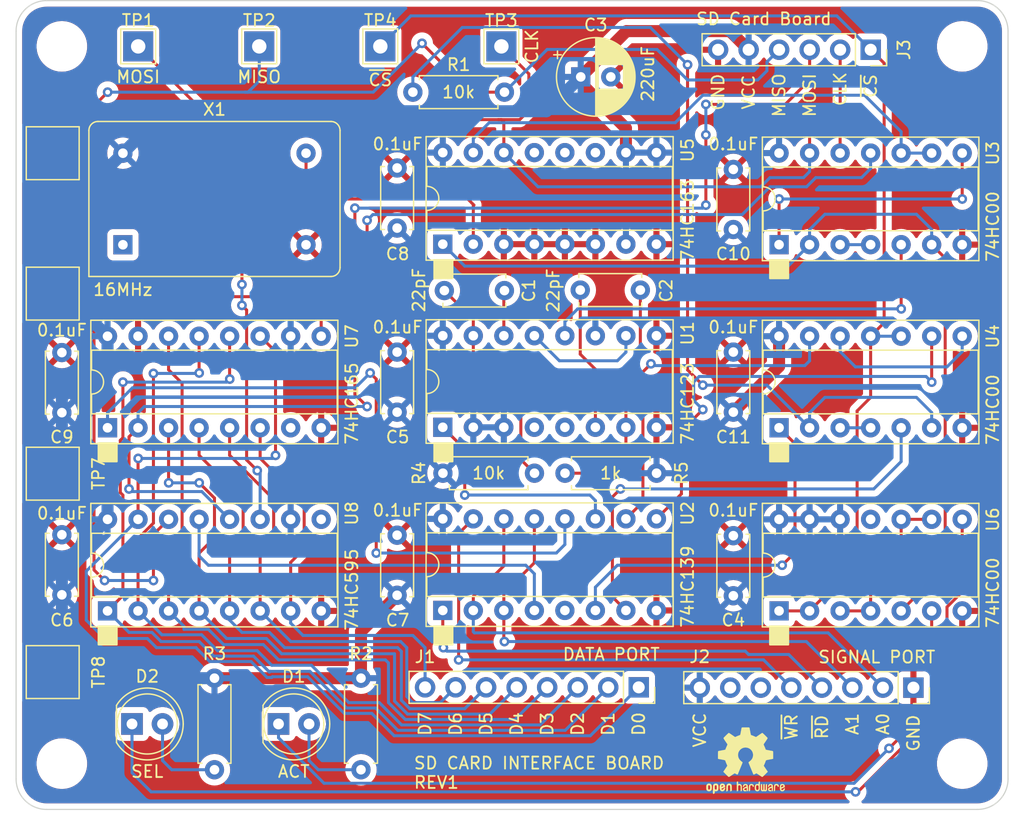
<source format=kicad_pcb>
(kicad_pcb (version 20211014) (generator pcbnew)
  (layers (0 "F.Cu" signal) (31 "B.Cu" signal) (34 "B.Paste" user) (35 "F.Paste" user) (36 "B.SilkS" user "B.Silkscreen") (37 "F.SilkS" user "F.Silkscreen") (38 "B.Mask" user) (39 "F.Mask" user) (44 "Edge.Cuts" user))
  (net 0 "")
  (net 1 "Net-(C1-Pad1)")
  (net 2 "Net-(C1-Pad2)")
  (net 3 "Net-(C2-Pad1)")
  (net 4 "Net-(C2-Pad2)")
  (net 5 "VCC")
  (net 6 "GND")
  (net 7 "Net-(D1-Pad1)")
  (net 8 "Net-(D1-Pad2)")
  (net 9 "Net-(D2-Pad1)")
  (net 10 "Net-(D2-Pad2)")
  (net 11 "D0")
  (net 12 "D1")
  (net 13 "D2")
  (net 14 "D3")
  (net 15 "D4")
  (net 16 "D5")
  (net 17 "D6")
  (net 18 "D7")
  (net 19 "A0")
  (net 20 "A1")
  (net 21 "~{RD}")
  (net 22 "~{WR}")
  (net 25 "~{CS}")
  (net 26 "CLK")
  (net 27 "MOSI")
  (net 28 "MISO")
  (net 29 "Net-(R1-Pad1)")
  (net 30 "~{CLKSTART}")
  (net 33 "Net-(U1-Pad10)")
  (net 34 "~{CLKSTART_DB}")
  (net 35 "~{SER_RD}")
  (net 37 "~{SDOUT_SET}")
  (net 38 "~{SDOUT_RESET}")
  (net 39 "~{SDCS_RESET}")
  (net 40 "~{SDCS_SET}")
  (net 41 "~{SER_WR}")
  (net 42 "~{CLKSTOP}")
  (net 43 "SD_SPI")
  (net 44 "Net-(U3-Pad3)")
  (net 45 "CLKSTOP")
  (net 46 "~{CLK}")
  (net 47 "Net-(U4-Pad3)")
  (net 48 "Net-(U4-Pad12)")
  (net 49 "16MHz")
  (net 53 "Net-(U6-Pad10)")
  (footprint "MountingHole:MountingHole_3.2mm_M3_DIN965" (layer "F.Cu") (at 30.48 38.1)
    (fp_text reference "H1")
    (fp_text value "MountingHole")
  )
  (footprint "Symbol:OSHW-Logo2_7.3x6mm_SilkScreen" (layer "F.Cu") (at 87.376 97.536)
    (fp_text reference "REF**" hide)
    (fp_text value "OSHW-Logo2_7.3x6mm_SilkScreen" hide)
  )
  (footprint "Capacitor_THT:C_Disc_D5.0mm_W2.5mm_P5.00mm" (layer "F.Cu") (at 86.36 83.82 90)
    (fp_text reference "C4")
    (fp_text value "0.1uF")
  )
  (footprint "Capacitor_THT:CP_Radial_D6.3mm_P2.50mm" (layer "F.Cu") (at 73.66 40.64)
    (fp_text reference "C3")
    (fp_text value "220uF")
  )
  (footprint "Package_DIP:DIP-16_W7.62mm_Socket" (layer "F.Cu") (at 62.18 85.04 90)
    (fp_text reference "U2")
    (fp_text value "74HC139")
  )
  (footprint "Package_DIP:DIP-16_W7.62mm_Socket" (layer "F.Cu") (at 34.28 85.08 90)
    (fp_text reference "U8")
    (fp_text value "74HC595")
  )
  (footprint "Resistor_THT:R_Axial_DIN0207_L6.3mm_D2.5mm_P7.62mm_Horizontal" (layer "F.Cu") (at 62.19 73.62)
    (fp_text reference "R4")
    (fp_text value "10k")
  )
  (footprint "MountingHole:MountingHole_3.2mm_M3_DIN965" (layer "F.Cu") (at 105.41 97.79)
    (fp_text reference "H4")
    (fp_text value "MountingHole")
  )
  (footprint "Capacitor_THT:C_Disc_D5.0mm_W2.5mm_P5.00mm" (layer "F.Cu") (at 58.38 53.22 90)
    (fp_text reference "C8")
    (fp_text value "0.1uF")
  )
  (footprint "Package_DIP:DIP-16_W7.62mm_Socket" (layer "F.Cu") (at 62.18 69.8 90)
    (fp_text reference "U1")
    (fp_text value "74HC123")
  )
  (footprint "Package_DIP:DIP-14_W7.62mm_Socket" (layer "F.Cu") (at 90.165 54.6 90)
    (fp_text reference "U3")
    (fp_text value "74HC00")
  )
  (footprint "LED_THT:LED_D5.0mm" (layer "F.Cu") (at 36.317 94.488)
    (fp_text reference "D2")
    (fp_text value "SEL")
  )
  (footprint "Package_DIP:DIP-16_W7.62mm_Socket" (layer "F.Cu") (at 34.28 69.84 90)
    (fp_text reference "U7")
    (fp_text value "74HC165")
  )
  (footprint "Resistor_THT:R_Axial_DIN0207_L6.3mm_D2.5mm_P7.62mm_Horizontal" (layer "F.Cu") (at 55.372 98.298 90)
    (fp_text reference "R2")
    (fp_text value "R")
  )
  (footprint "TestPoint:TestPoint_THTPad_2.5x2.5mm_Drill1.2mm" (layer "F.Cu") (at 46.905333 38.1)
    (fp_text reference "TP2")
    (fp_text value "MISO")
  )
  (footprint "Connector_PinSocket_2.54mm:PinSocket_1x06_P2.54mm_Vertical" (layer "F.Cu") (at 97.79 38.379 -90)
    (fp_text reference "J3")
    (fp_text value "SD Card Board")
  )
  (footprint "TestPoint:TestPoint_Pad_4.0x4.0mm" (layer "F.Cu") (at 29.718 46.99)
    (fp_text reference "TP5")
    (fp_text value "GND")
  )
  (footprint "Capacitor_THT:C_Disc_D5.0mm_W2.5mm_P5.00mm" (layer "F.Cu") (at 86.36 53.34 90)
    (fp_text reference "C10")
    (fp_text value "0.1uF")
  )
  (footprint "Capacitor_THT:C_Disc_D5.0mm_W2.5mm_P5.00mm" (layer "F.Cu") (at 58.38 83.78 90)
    (fp_text reference "C7")
    (fp_text value "0.1uF")
  )
  (footprint "Oscillator:Oscillator_DIP-14" (layer "F.Cu") (at 35.56 54.61)
    (fp_text reference "X1")
    (fp_text value "16MHz")
  )
  (footprint "TestPoint:TestPoint_Pad_4.0x4.0mm" (layer "F.Cu") (at 29.718 58.674)
    (fp_text reference "TP6")
    (fp_text value "GND")
  )
  (footprint "Capacitor_THT:C_Disc_D5.0mm_W2.5mm_P5.00mm" (layer "F.Cu") (at 73.62 58.38)
    (fp_text reference "C2")
    (fp_text value "22pF")
  )
  (footprint "Connector_PinSocket_2.54mm:PinSocket_1x08_P2.54mm_Vertical" (layer "F.Cu") (at 101.346 91.465 -90)
    (fp_text reference "J2")
    (fp_text value "SIGNAL PORT")
  )
  (footprint "MountingHole:MountingHole_3.2mm_M3_DIN965" (layer "F.Cu") (at 30.48 97.79)
    (fp_text reference "H3")
    (fp_text value "MountingHole")
  )
  (footprint "MountingHole:MountingHole_3.2mm_M3_DIN965" (layer "F.Cu") (at 105.41 38.1)
    (fp_text reference "H2")
    (fp_text value "MountingHole")
  )
  (footprint "Capacitor_THT:C_Disc_D5.0mm_W2.5mm_P5.00mm" (layer "F.Cu") (at 67.31 58.42 180)
    (fp_text reference "C1")
    (fp_text value "22pF")
  )
  (footprint "Package_DIP:DIP-14_W7.62mm_Socket" (layer "F.Cu") (at 90.165 69.84 90)
    (fp_text reference "U4")
    (fp_text value "74HC00")
  )
  (footprint "Capacitor_THT:C_Disc_D5.0mm_W2.5mm_P5.00mm" (layer "F.Cu") (at 30.48 83.74 90)
    (fp_text reference "C6")
    (fp_text value "0.1uF")
  )
  (footprint "Connector_PinSocket_2.54mm:PinSocket_1x08_P2.54mm_Vertical" (layer "F.Cu") (at 78.486 91.44 -90)
    (fp_text reference "J1")
    (fp_text value "DATA PORT")
  )
  (footprint "TestPoint:TestPoint_Pad_4.0x4.0mm" (layer "F.Cu") (at 29.718 73.66)
    (fp_text reference "TP7")
    (fp_text value "GND")
  )
  (footprint "LED_THT:LED_D5.0mm" (layer "F.Cu") (at 48.509 94.488)
    (fp_text reference "D1")
    (fp_text value "ACT")
  )
  (footprint "Capacitor_THT:C_Disc_D5.0mm_W2.5mm_P5.00mm" (layer "F.Cu") (at 86.36 68.54 90)
    (fp_text reference "C11")
    (fp_text value "0.1uF")
  )
  (footprint "TestPoint:TestPoint_THTPad_2.5x2.5mm_Drill1.2mm" (layer "F.Cu") (at 67.056 38.1)
    (fp_text reference "TP3")
    (fp_text value "CLK")
  )
  (footprint "Capacitor_THT:C_Disc_D5.0mm_W2.5mm_P5.00mm" (layer "F.Cu") (at 58.38 68.54 90)
    (fp_text reference "C5")
    (fp_text value "0.1uF")
  )
  (footprint "TestPoint:TestPoint_Pad_4.0x4.0mm" (layer "F.Cu") (at 29.718 90.17)
    (fp_text reference "TP8")
    (fp_text value "GND")
  )
  (footprint "TestPoint:TestPoint_THTPad_2.5x2.5mm_Drill1.2mm" (layer "F.Cu") (at 36.83 38.1)
    (fp_text reference "TP1")
    (fp_text value "MOSI")
  )
  (footprint "TestPoint:TestPoint_THTPad_2.5x2.5mm_Drill1.2mm" (layer "F.Cu") (at 56.980666 38.1)
    (fp_text reference "TP4")
    (fp_text value "~{CS}")
  )
  (footprint "Package_DIP:DIP-16_W7.62mm_Socket" (layer "F.Cu") (at 62.18 54.56 90)
    (fp_text reference "U5")
    (fp_text value "74HC163")
  )
  (footprint "Capacitor_THT:C_Disc_D5.0mm_W2.5mm_P5.00mm" (layer "F.Cu") (at 30.48 68.58 90)
    (fp_text reference "C9")
    (fp_text value "0.1uF")
  )
  (footprint "Resistor_THT:R_Axial_DIN0207_L6.3mm_D2.5mm_P7.62mm_Horizontal" (layer "F.Cu") (at 59.69 41.91)
    (fp_text reference "R1")
    (fp_text value "10k")
  )
  (footprint "Package_DIP:DIP-14_W7.62mm_Socket" (layer "F.Cu") (at 90.165 85.08 90)
    (fp_text reference "U6")
    (fp_text value "74HC00")
  )
  (footprint "Resistor_THT:R_Axial_DIN0207_L6.3mm_D2.5mm_P7.62mm_Horizontal" (layer "F.Cu") (at 43.18 98.298 90)
    (fp_text reference "R3")
    (fp_text value "R")
  )
  (footprint "Resistor_THT:R_Axial_DIN0207_L6.3mm_D2.5mm_P7.62mm_Horizontal" (layer "F.Cu") (at 72.35 73.62)
    (fp_text reference "R5")
    (fp_text value "1k")
  )
  (gr_rect (start 61.468 86.36) (end 62.992 87.884) (layer "F.SilkS") (width 0.15) (fill solid))
  (gr_rect (start 33.528 86.36) (end 35.052 87.884) (layer "F.SilkS") (width 0.15) (fill solid))
  (gr_rect (start 61.468 71.12) (end 62.992 72.644) (layer "F.SilkS") (width 0.15) (fill solid))
  (gr_rect (start 33.528 71.12) (end 35.052 72.644) (layer "F.SilkS") (width 0.15) (fill solid))
  (gr_rect (start 89.408 55.88) (end 90.932 57.404) (layer "F.SilkS") (width 0.15) (fill solid))
  (gr_rect (start 61.468 55.88) (end 62.992 57.404) (layer "F.SilkS") (width 0.15) (fill solid))
  (gr_rect (start 89.408 86.36) (end 90.932 87.884) (layer "F.SilkS") (width 0.15) (fill solid))
  (gr_rect (start 89.408 71.12) (end 90.932 72.644) (layer "F.SilkS") (width 0.15) (fill solid))
  (gr_line (start 26.67 36.83) (end 26.67 99.06) (layer "Edge.Cuts") (width 0.1))
  (gr_arc (start 26.67 36.83) (mid 27.413949 35.033949) (end 29.21 34.29) (layer "Edge.Cuts") (width 0.1))
  (gr_arc (start 106.68 34.29) (mid 108.476051 35.033949) (end 109.22 36.83) (layer "Edge.Cuts") (width 0.1))
  (gr_line (start 29.21 101.6) (end 106.68 101.6) (layer "Edge.Cuts") (width 0.1))
  (gr_line (start 106.68 34.29) (end 29.21 34.29) (layer "Edge.Cuts") (width 0.1))
  (gr_arc (start 29.21 101.6) (mid 27.413949 100.856051) (end 26.67 99.06) (layer "Edge.Cuts") (width 0.1))
  (gr_arc (start 109.22 99.06) (mid 108.476051 100.856051) (end 106.68 101.6) (layer "Edge.Cuts") (width 0.1))
  (gr_line (start 109.22 36.83) (end 109.22 99.06) (layer "Edge.Cuts") (width 0.1))
  (gr_text "A1" (at 96.266 94.488 90) (layer "F.SilkS") (effects (font (size 1 1))))
  (gr_text "D0" (at 78.486 94.488 90) (layer "F.SilkS") (effects (font (size 1 1))))
  (gr_text "D7" (at 60.706 94.488 90) (layer "F.SilkS") (effects (font (size 1 1))))
  (gr_text "D5" (at 65.786 94.488 90) (layer "F.SilkS") (effects (font (size 1 1))))
  (gr_text "D1" (at 75.946 94.488 90) (layer "F.SilkS") (effects (font (size 1 1))))
  (gr_text "~{CS}" (at 97.79 41.402 90) (layer "F.SilkS") (effects (font (size 1 1))))
  (gr_text "D2" (at 73.406 94.488 90) (layer "F.SilkS") (effects (font (size 1 1))))
  (gr_text "SD CARD INTERFACE BOARD\nREV1" (at 59.69 98.552) (layer "F.SilkS") (effects (font (size 1 1)) (justify left)))
  (gr_text "D3" (at 70.866 94.488 90) (layer "F.SilkS") (effects (font (size 1 1))))
  (gr_text "A0" (at 98.806 94.488 90) (layer "F.SilkS") (effects (font (size 1 1))))
  (gr_text "~{WR}" (at 91.186 94.742 90) (layer "F.SilkS") (effects (font (size 1 1))))
  (gr_text "D4" (at 68.326 94.488 90) (layer "F.SilkS") (effects (font (size 1 1))))
  (gr_text "~{RD}" (at 93.726 94.742 90) (layer "F.SilkS") (effects (font (size 1 1))))
  (gr_text "MOSI" (at 92.71 42.164 90) (layer "F.SilkS") (effects (font (size 1 1))))
  (gr_text "D6" (at 63.246 94.488 90) (layer "F.SilkS") (effects (font (size 1 1))))
  (gr_text "CLK" (at 95.25 41.656 90) (layer "F.SilkS") (effects (font (size 1 1))))
  (gr_text "MISO" (at 90.17 42.164 90) (layer "F.SilkS") (effects (font (size 1 1))))
  (gr_text "GND" (at 85.09 41.91 90) (layer "F.SilkS") (effects (font (size 1 1))))
  (gr_text "VCC" (at 87.63 41.91 90) (layer "F.SilkS") (effects (font (size 1 1))))
  (gr_text "VCC" (at 83.566 94.996 90) (layer "F.SilkS") (effects (font (size 1 1))))
  (gr_text "GND" (at 101.346 95.25 90) (layer "F.SilkS") (effects (font (size 1 1))))
  (segment (start 67.26 58.47) (end 67.31 58.42) (width 0.25) (layer "F.Cu") (net 1))
  (segment (start 67.26 62.18) (end 67.26 58.47) (width 0.25) (layer "F.Cu") (net 1))
  (segment (start 64.72 62.18) (end 64.72 60.83) (width 0.25) (layer "F.Cu") (net 2))
  (segment (start 64.72 64.466) (end 64.72 62.18) (width 0.25) (layer "F.Cu") (net 2))
  (segment (start 64.72 60.83) (end 62.31 58.42) (width 0.25) (layer "F.Cu") (net 2))
  (segment (start 68.675 72.485) (end 68.675 68.421) (width 0.25) (layer "F.Cu") (net 2))
  (segment (start 69.81 73.62) (end 68.675 72.485) (width 0.25) (layer "F.Cu") (net 2))
  (segment (start 68.675 68.421) (end 64.72 64.466) (width 0.25) (layer "F.Cu") (net 2))
  (segment (start 74.88 64.974) (end 73.62 63.714) (width 0.25) (layer "F.Cu") (net 3))
  (segment (start 74.88 69.8) (end 74.88 64.974) (width 0.25) (layer "F.Cu") (net 3))
  (segment (start 73.62 63.714) (end 73.62 58.38) (width 0.25) (layer "F.Cu") (net 3))
  (segment (start 77.42 72.44) (end 77.42 69.8) (width 0.25) (layer "F.Cu") (net 4))
  (segment (start 77.42 64.82) (end 78.62 63.62) (width 0.25) (layer "F.Cu") (net 4))
  (segment (start 77.42 69.8) (end 77.42 64.82) (width 0.25) (layer "F.Cu") (net 4))
  (segment (start 76.24 73.62) (end 77.42 72.44) (width 0.25) (layer "F.Cu") (net 4))
  (segment (start 78.62 63.62) (end 78.62 58.38) (width 0.25) (layer "F.Cu") (net 4))
  (segment (start 72.35 73.62) (end 76.24 73.62) (width 0.25) (layer "F.Cu") (net 4))
  (segment (start 86.08 36.829) (end 77.471 36.829) (width 1) (layer "F.Cu") (net 5))
  (segment (start 87.63 38.379) (end 86.08 36.829) (width 1) (layer "F.Cu") (net 5))
  (segment (start 43.18 90.678) (end 55.372 90.678) (width 1) (layer "F.Cu") (net 5))
  (segment (start 86.36 68.54) (end 90.165 64.735) (width 1) (layer "F.Cu") (net 5))
  (segment (start 77.42 44.908) (end 77.42 46.94) (width 1) (layer "F.Cu") (net 5))
  (segment (start 73.66 41.148) (end 77.42 44.908) (width 1) (layer "F.Cu") (net 5))
  (segment (start 77.471 36.829) (end 73.66 40.64) (width 1) (layer "F.Cu") (net 5))
  (segment (start 55.372 90.678) (end 55.372 86.788) (width 1) (layer "F.Cu") (net 5))
  (segment (start 55.372 86.788) (end 58.38 83.78) (width 1) (layer "F.Cu") (net 5))
  (segment (start 73.66 40.64) (end 73.66 41.148) (width 1) (layer "F.Cu") (net 5))
  (segment (start 90.165 64.735) (end 90.165 62.22) (width 1) (layer "F.Cu") (net 5))
  (segment (start 34.28 62.22) (end 32.766 60.706) (width 1) (layer "B.Cu") (net 5))
  (segment (start 32.766 49.784) (end 35.56 46.99) (width 1) (layer "B.Cu") (net 5))
  (segment (start 34.28 77.46) (end 34.28 75.428) (width 1) (layer "B.Cu") (net 5))
  (segment (start 34.28 77.46) (end 30.48 81.26) (width 1) (layer "B.Cu") (net 5))
  (segment (start 30.48 71.628) (end 30.48 68.58) (width 1) (layer "B.Cu") (net 5))
  (segment (start 32.766 60.706) (end 32.766 49.784) (width 1) (layer "B.Cu") (net 5))
  (segment (start 30.48 81.26) (end 30.48 83.74) (width 1) (layer "B.Cu") (net 5))
  (segment (start 39.053 43.497) (end 70.803 43.497) (width 1) (layer "B.Cu") (net 5))
  (segment (start 30.48 83.74) (end 30.48 85.852) (width 1) (layer "B.Cu") (net 5))
  (segment (start 30.48 85.852) (end 35.306 90.678) (width 1) (layer "B.Cu") (net 5))
  (segment (start 35.306 90.678) (end 43.18 90.678) (width 1) (layer "B.Cu") (net 5))
  (segment (start 30.48 68.58) (end 30.48 67.31) (width 1) (layer "B.Cu") (net 5))
  (segment (start 34.28 63.51) (end 34.28 62.22) (width 1) (layer "B.Cu") (net 5))
  (segment (start 34.28 75.428) (end 30.48 71.628) (width 1) (layer "B.Cu") (net 5))
  (segment (start 30.48 67.31) (end 34.28 63.51) (width 1) (layer "B.Cu") (net 5))
  (segment (start 35.56 46.99) (end 39.053 43.497) (width 1) (layer "B.Cu") (net 5))
  (segment (start 70.803 43.497) (end 73.66 40.64) (width 1) (layer "B.Cu") (net 5))
  (segment (start 102.865 92.969) (end 99.314 96.52) (width 0.25) (layer "F.Cu") (net 7))
  (segment (start 102.865 85.08) (end 102.865 92.969) (width 0.25) (layer "F.Cu") (net 7))
  (via (at 99.314 96.52) (size 0.8) (drill 0.4) (layers "F.Cu" "B.Cu") (net 7))
  (segment (start 52.294 99.423) (end 48.509 95.638) (width 0.25) (layer "B.Cu") (net 7))
  (segment (start 99.314 96.52) (end 96.411 99.423) (width 0.25) (layer "B.Cu") (net 7))
  (segment (start 48.509 95.638) (end 48.509 94.488) (width 0.25) (layer "B.Cu") (net 7))
  (segment (start 96.411 99.423) (end 52.294 99.423) (width 0.25) (layer "B.Cu") (net 7))
  (segment (start 55.372 98.298) (end 51.816 98.298) (width 0.25) (layer "B.Cu") (net 8))
  (segment (start 51.816 98.298) (end 51.049 97.531) (width 0.25) (layer "B.Cu") (net 8))
  (segment (start 51.049 97.531) (end 51.049 94.488) (width 0.25) (layer "B.Cu") (net 8))
  (segment (start 104.14 84.754009) (end 104.14 92.719305) (width 0.25) (layer "F.Cu") (net 9))
  (segment (start 105.405 83.489009) (end 104.14 84.754009) (width 0.25) (layer "F.Cu") (net 9))
  (segment (start 104.14 92.719305) (end 96.721691 100.137614) (width 0.25) (layer "F.Cu") (net 9))
  (segment (start 105.405 77.46) (end 105.405 83.489009) (width 0.25) (layer "F.Cu") (net 9))
  (segment (start 96.721691 100.137614) (end 96.530285 100.137614) (width 0.25) (layer "F.Cu") (net 9))
  (via (at 96.530285 100.137614) (size 0.8) (drill 0.4) (layers "F.Cu" "B.Cu") (net 9))
  (segment (start 96.530285 100.137614) (end 37.907614 100.137614) (width 0.25) (layer "B.Cu") (net 9))
  (segment (start 36.317 98.547) (end 36.317 94.488) (width 0.25) (layer "B.Cu") (net 9))
  (segment (start 37.907614 100.137614) (end 36.317 98.547) (width 0.25) (layer "B.Cu") (net 9))
  (segment (start 43.18 98.298) (end 39.624 98.298) (width 0.25) (layer "B.Cu") (net 10))
  (segment (start 39.624 98.298) (end 38.857 97.531) (width 0.25) (layer "B.Cu") (net 10))
  (segment (start 38.857 97.531) (end 38.857 94.488) (width 0.25) (layer "B.Cu") (net 10))
  (segment (start 48.26 72.136) (end 48.26 63.5) (width 0.25) (layer "F.Cu") (net 11))
  (segment (start 36.82 72.4) (end 36.83 72.39) (width 0.25) (layer "F.Cu") (net 11))
  (segment (start 48.26 63.5) (end 46.98 62.22) (width 0.25) (layer "F.Cu") (net 11))
  (segment (start 36.82 77.46) (end 36.82 72.4) (width 0.25) (layer "F.Cu") (net 11))
  (via (at 48.26 72.136) (size 0.8) (drill 0.4) (layers "F.Cu" "B.Cu") (net 11))
  (via (at 36.83 72.39) (size 0.8) (drill 0.4) (layers "F.Cu" "B.Cu") (net 11))
  (segment (start 34.036 87.376) (end 32.512 85.852) (width 0.25) (layer "B.Cu") (net 11))
  (segment (start 74.458 95.468) (end 58.13 95.468) (width 0.25) (layer "B.Cu") (net 11))
  (segment (start 56.272 93.61) (end 53.983208 93.61) (width 0.25) (layer "B.Cu") (net 11))
  (segment (start 38.354 88.138) (end 37.592 87.376) (width 0.25) (layer "B.Cu") (net 11))
  (segment (start 47.556 90.62) (end 46.228 89.292) (width 0.25) (layer "B.Cu") (net 11))
  (segment (start 32.512 81.768) (end 36.82 77.46) (width 0.25) (layer "B.Cu") (net 11))
  (segment (start 47.943198 90.62) (end 47.556 90.62) (width 0.25) (layer "B.Cu") (net 11))
  (segment (start 42.788 89.292) (end 41.656 88.16) (width 0.25) (layer "B.Cu") (net 11))
  (segment (start 48.006 72.39) (end 48.26 72.136) (width 0.25) (layer "B.Cu") (net 11))
  (segment (start 41.656 88.16) (end 41.656 88.138) (width 0.25) (layer "B.Cu") (net 11))
  (segment (start 53.983208 93.61) (end 50.930406 90.557198) (width 0.25) (layer "B.Cu") (net 11))
  (segment (start 48.006 90.557198) (end 47.943198 90.62) (width 0.25) (layer "B.Cu") (net 11))
  (segment (start 50.930406 90.557198) (end 48.006 90.557198) (width 0.25) (layer "B.Cu") (net 11))
  (segment (start 37.592 87.376) (end 34.036 87.376) (width 0.25) (layer "B.Cu") (net 11))
  (segment (start 78.486 91.44) (end 74.458 95.468) (width 0.25) (layer "B.Cu") (net 11))
  (segment (start 41.656 88.138) (end 38.354 88.138) (width 0.25) (layer "B.Cu") (net 11))
  (segment (start 32.512 85.852) (end 32.512 81.768) (width 0.25) (layer "B.Cu") (net 11))
  (segment (start 36.83 72.39) (end 48.006 72.39) (width 0.25) (layer "B.Cu") (net 11))
  (segment (start 46.228 89.292) (end 42.788 89.292) (width 0.25) (layer "B.Cu") (net 11))
  (segment (start 58.13 95.468) (end 56.272 93.61) (width 0.25) (layer "B.Cu") (net 11))
  (segment (start 35.56 83.8) (end 34.28 85.08) (width 0.25) (layer "F.Cu") (net 12))
  (segment (start 35.343 70.887) (end 35.343 75.230305) (width 0.25) (layer "F.Cu") (net 12))
  (segment (start 35.56 75.447305) (end 35.56 83.8) (width 0.25) (layer "F.Cu") (net 12))
  (segment (start 44.44 65.776) (end 44.44 62.22) (width 0.25) (layer "F.Cu") (net 12))
  (segment (start 44.45 65.786) (end 44.44 65.776) (width 0.25) (layer "F.Cu") (net 12))
  (segment (start 35.56 70.67) (end 35.343 70.887) (width 0.25) (layer "F.Cu") (net 12))
  (segment (start 35.343 75.230305) (end 35.56 75.447305) (width 0.25) (layer "F.Cu") (net 12))
  (segment (start 35.56 66.04) (end 35.56 70.67) (width 0.25) (layer "F.Cu") (net 12))
  (via (at 44.45 65.786) (size 0.8) (drill 0.4) (layers "F.Cu" "B.Cu") (net 12))
  (via (at 35.56 66.04) (size 0.8) (drill 0.4) (layers "F.Cu" "B.Cu") (net 12))
  (segment (start 43.122 88.842) (end 41.91 87.63) (width 0.25) (layer "B.Cu") (net 12))
  (segment (start 54.169604 93.16) (end 51.116802 90.107198) (width 0.25) (layer "B.Cu") (net 12))
  (segment (start 75.946 91.44) (end 72.368 95.018) (width 0.25) (layer "B.Cu") (net 12))
  (segment (start 37.971604 86.868) (end 36.068 86.868) (width 0.25) (layer "B.Cu") (net 12))
  (segment (start 35.56 66.04) (end 44.196 66.04) (width 0.25) (layer "B.Cu") (net 12))
  (segment (start 46.424 88.842) (end 43.122 88.842) (width 0.25) (layer "B.Cu") (net 12))
  (segment (start 47.752 90.17) (end 46.424 88.842) (width 0.25) (layer "B.Cu") (net 12))
  (segment (start 41.91 87.63) (end 38.733604 87.63) (width 0.25) (layer "B.Cu") (net 12))
  (segment (start 38.733604 87.63) (end 37.971604 86.868) (width 0.25) (layer "B.Cu") (net 12))
  (segment (start 44.196 66.04) (end 44.45 65.786) (width 0.25) (layer "B.Cu") (net 12))
  (segment (start 56.584 93.16) (end 54.169604 93.16) (width 0.25) (layer "B.Cu") (net 12))
  (segment (start 51.116802 90.107198) (end 47.814802 90.107198) (width 0.25) (layer "B.Cu") (net 12))
  (segment (start 58.442 95.018) (end 56.584 93.16) (width 0.25) (layer "B.Cu") (net 12))
  (segment (start 72.368 95.018) (end 58.442 95.018) (width 0.25) (layer "B.Cu") (net 12))
  (segment (start 36.068 86.868) (end 34.28 85.08) (width 0.25) (layer "B.Cu") (net 12))
  (segment (start 47.814802 90.107198) (end 47.752 90.17) (width 0.25) (layer "B.Cu") (net 12))
  (segment (start 41.9 65.268) (end 41.9 62.22) (width 0.25) (layer "F.Cu") (net 13))
  (segment (start 36.82 85.08) (end 36.82 79.050991) (width 0.25) (layer "F.Cu") (net 13))
  (segment (start 36.82 79.050991) (end 37.945 77.925991) (width 0.25) (layer "F.Cu") (net 13))
  (segment (start 38.1 77.770991) (end 38.1 65.3155) (width 0.25) (layer "F.Cu") (net 13))
  (segment (start 41.91 65.278) (end 41.9 65.268) (width 0.25) (layer "F.Cu") (net 13))
  (segment (start 37.945 77.925991) (end 38.1 77.770991) (width 0.25) (layer "F.Cu") (net 13))
  (via (at 41.91 65.278) (size 0.8) (drill 0.4) (layers "F.Cu" "B.Cu") (net 13))
  (via (at 38.1 65.3155) (size 0.8) (drill 0.4) (layers "F.Cu" "B.Cu") (net 13))
  (segment (start 51.25 89.604) (end 47.948 89.604) (width 0.25) (layer "B.Cu") (net 13))
  (segment (start 46.736 88.392) (end 43.434 88.392) (width 0.25) (layer "B.Cu") (net 13))
  (segment (start 43.434 88.392) (end 42.106 87.064) (width 0.25) (layer "B.Cu") (net 13))
  (segment (start 38.1 65.3155) (end 41.8725 65.3155) (width 0.25) (layer "B.Cu") (net 13))
  (segment (start 41.8725 65.3155) (end 41.91 65.278) (width 0.25) (layer "B.Cu") (net 13))
  (segment (start 54.356 92.71) (end 51.25 89.604) (width 0.25) (layer "B.Cu") (net 13))
  (segment (start 38.804 87.064) (end 36.82 85.08) (width 0.25) (layer "B.Cu") (net 13))
  (segment (start 42.106 87.064) (end 38.804 87.064) (width 0.25) (layer "B.Cu") (net 13))
  (segment (start 70.278 94.568) (end 58.754 94.568) (width 0.25) (layer "B.Cu") (net 13))
  (segment (start 73.406 91.44) (end 70.278 94.568) (width 0.25) (layer "B.Cu") (net 13))
  (segment (start 47.948 89.604) (end 46.736 88.392) (width 0.25) (layer "B.Cu") (net 13))
  (segment (start 58.754 94.568) (end 56.896 92.71) (width 0.25) (layer "B.Cu") (net 13))
  (segment (start 56.896 92.71) (end 54.356 92.71) (width 0.25) (layer "B.Cu") (net 13))
  (segment (start 39.36 65.014) (end 39.36 62.22) (width 0.25) (layer "F.Cu") (net 14))
  (segment (start 39.36 85.08) (end 39.36 81.036) (width 0.25) (layer "F.Cu") (net 14))
  (segment (start 39.36 81.036) (end 40.485 79.911) (width 0.25) (layer "F.Cu") (net 14))
  (segment (start 40.485 79.911) (end 40.485 66.139) (width 0.25) (layer "F.Cu") (net 14))
  (segment (start 40.485 66.139) (end 39.36 65.014) (width 0.25) (layer "F.Cu") (net 14))
  (segment (start 59.063208 94.118) (end 57.658 92.712792) (width 0.25) (layer "B.Cu") (net 14))
  (segment (start 40.64 86.614) (end 40.64 86.36) (width 0.25) (layer "B.Cu") (net 14))
  (segment (start 57.658 92.712792) (end 57.658 89.408) (width 0.25) (layer "B.Cu") (net 14))
  (segment (start 70.866 91.44) (end 68.188 94.118) (width 0.25) (layer "B.Cu") (net 14))
  (segment (start 47.244 87.884) (end 43.942 87.884) (width 0.25) (layer "B.Cu") (net 14))
  (segment (start 57.658 89.408) (end 57.404 89.154) (width 0.25) (layer "B.Cu") (net 14))
  (segment (start 57.404 89.154) (end 48.514 89.154) (width 0.25) (layer "B.Cu") (net 14))
  (segment (start 40.64 86.36) (end 39.36 85.08) (width 0.25) (layer "B.Cu") (net 14))
  (segment (start 42.672 86.614) (end 40.64 86.614) (width 0.25) (layer "B.Cu") (net 14))
  (segment (start 48.514 89.154) (end 47.244 87.884) (width 0.25) (layer "B.Cu") (net 14))
  (segment (start 68.188 94.118) (end 59.063208 94.118) (width 0.25) (layer "B.Cu") (net 14))
  (segment (start 43.942 87.884) (end 42.672 86.614) (width 0.25) (layer "B.Cu") (net 14))
  (segment (start 43.18 75.692) (end 41.91 74.422) (width 0.25) (layer "F.Cu") (net 15))
  (segment (start 39.36 74.412) (end 39.36 69.84) (width 0.25) (layer "F.Cu") (net 15))
  (segment (start 43.18 78.994) (end 43.18 75.692) (width 0.25) (layer "F.Cu") (net 15))
  (segment (start 41.9 80.274) (end 43.18 78.994) (width 0.25) (layer "F.Cu") (net 15))
  (segment (start 41.9 85.08) (end 41.9 80.274) (width 0.25) (layer "F.Cu") (net 15))
  (segment (start 39.37 74.422) (end 39.36 74.412) (width 0.25) (layer "F.Cu") (net 15))
  (via (at 39.37 74.422) (size 0.8) (drill 0.4) (layers "F.Cu" "B.Cu") (net 15))
  (via (at 41.91 74.422) (size 0.8) (drill 0.4) (layers "F.Cu" "B.Cu") (net 15))
  (segment (start 47.498 87.376) (end 44.196 87.376) (width 0.25) (layer "B.Cu") (net 15))
  (segment (start 66.098 93.668) (end 59.249604 93.668) (width 0.25) (layer "B.Cu") (net 15))
  (segment (start 41.91 74.422) (end 39.37 74.422) (width 0.25) (layer "B.Cu") (net 15))
  (segment (start 68.326 91.44) (end 66.098 93.668) (width 0.25) (layer "B.Cu") (net 15))
  (segment (start 58.166 92.584396) (end 58.166 88.646) (width 0.25) (layer "B.Cu") (net 15))
  (segment (start 44.196 87.376) (end 41.9 85.08) (width 0.25) (layer "B.Cu") (net 15))
  (segment (start 58.166 88.646) (end 48.768 88.646) (width 0.25) (layer "B.Cu") (net 15))
  (segment (start 48.768 88.646) (end 47.498 87.376) (width 0.25) (layer "B.Cu") (net 15))
  (segment (start 59.249604 93.668) (end 58.166 92.584396) (width 0.25) (layer "B.Cu") (net 15))
  (segment (start 45.565 78.641) (end 45.565 75.791) (width 0.25) (layer "F.Cu") (net 16))
  (segment (start 45.565 75.791) (end 41.9 72.126) (width 0.25) (layer "F.Cu") (net 16))
  (segment (start 41.9 72.126) (end 41.9 69.84) (width 0.25) (layer "F.Cu") (net 16))
  (segment (start 44.44 85.08) (end 44.44 79.766) (width 0.25) (layer "F.Cu") (net 16))
  (segment (start 44.44 79.766) (end 45.565 78.641) (width 0.25) (layer "F.Cu") (net 16))
  (segment (start 64.008 93.218) (end 59.436 93.218) (width 0.25) (layer "B.Cu") (net 16))
  (segment (start 45.466 86.868) (end 44.44 85.842) (width 0.25) (layer "B.Cu") (net 16))
  (segment (start 44.44 85.842) (end 44.44 85.08) (width 0.25) (layer "B.Cu") (net 16))
  (segment (start 58.42 88.138) (end 49.022 88.138) (width 0.25) (layer "B.Cu") (net 16))
  (segment (start 58.732 92.514) (end 58.732 88.45) (width 0.25) (layer "B.Cu") (net 16))
  (segment (start 59.436 93.218) (end 58.732 92.514) (width 0.25) (layer "B.Cu") (net 16))
  (segment (start 47.752 86.868) (end 45.466 86.868) (width 0.25) (layer "B.Cu") (net 16))
  (segment (start 58.732 88.45) (end 58.42 88.138) (width 0.25) (layer "B.Cu") (net 16))
  (segment (start 49.022 88.138) (end 47.752 86.868) (width 0.25) (layer "B.Cu") (net 16))
  (segment (start 65.786 91.44) (end 64.008 93.218) (width 0.25) (layer "B.Cu") (net 16))
  (segment (start 44.44 72.126) (end 44.44 69.84) (width 0.25) (layer "F.Cu") (net 17))
  (segment (start 48.105 75.791) (end 44.44 72.126) (width 0.25) (layer "F.Cu") (net 17))
  (segment (start 46.98 79.512) (end 48.105 78.387) (width 0.25) (layer "F.Cu") (net 17))
  (segment (start 48.105 78.387) (end 48.105 75.791) (width 0.25) (layer "F.Cu") (net 17))
  (segment (start 46.98 85.08) (end 46.98 79.512) (width 0.25) (layer "F.Cu") (net 17))
  (segment (start 59.182 88.138) (end 58.674 87.63) (width 0.25) (layer "B.Cu") (net 17))
  (segment (start 63.246 91.44) (end 61.976 92.71) (width 0.25) (layer "B.Cu") (net 17))
  (segment (start 58.674 87.63) (end 49.53 87.63) (width 0.25) (layer "B.Cu") (net 17))
  (segment (start 59.182 92.202) (end 59.182 88.138) (width 0.25) (layer "B.Cu") (net 17))
  (segment (start 49.53 87.63) (end 46.98 85.08) (width 0.25) (layer "B.Cu") (net 17))
  (segment (start 59.69 92.71) (end 59.182 92.202) (width 0.25) (layer "B.Cu") (net 17))
  (segment (start 61.976 92.71) (end 59.69 92.71) (width 0.25) (layer "B.Cu") (net 17))
  (segment (start 50.645 76.045) (end 46.98 72.38) (width 0.25) (layer "F.Cu") (net 18))
  (segment (start 49.52 81.036) (end 50.645 79.911) (width 0.25) (layer "F.Cu") (net 18))
  (segment (start 49.52 85.08) (end 49.52 81.036) (width 0.25) (layer "F.Cu") (net 18))
  (segment (start 50.645 79.911) (end 50.645 76.045) (width 0.25) (layer "F.Cu") (net 18))
  (segment (start 46.98 72.38) (end 46.98 69.84) (width 0.25) (layer "F.Cu") (net 18))
  (segment (start 59.69 87.122) (end 50.546 87.122) (width 0.25) (layer "B.Cu") (net 18))
  (segment (start 50.546 87.122) (end 49.52 86.096) (width 0.25) (layer "B.Cu") (net 18))
  (segment (start 60.706 88.138) (end 59.69 87.122) (width 0.25) (layer "B.Cu") (net 18))
  (segment (start 60.706 91.44) (end 60.706 88.138) (width 0.25) (layer "B.Cu") (net 18))
  (segment (start 49.52 86.096) (end 49.52 85.08) (width 0.25) (layer "B.Cu") (net 18))
  (segment (start 64.72 85.04) (end 64.72 83.87) (width 0.25) (layer "F.Cu") (net 19))
  (segment (start 64.72 83.87) (end 67.26 81.33) (width 0.25) (layer "F.Cu") (net 19))
  (segment (start 67.26 81.33) (end 67.26 77.42) (width 0.25) (layer "F.Cu") (net 19))
  (segment (start 98.806 91.465) (end 94.246 86.905) (width 0.25) (layer "B.Cu") (net 19))
  (segment (start 64.72 86.818) (end 64.72 85.04) (width 0.25) (layer "B.Cu") (net 19))
  (segment (start 64.807 86.905) (end 64.72 86.818) (width 0.25) (layer "B.Cu") (net 19))
  (segment (start 94.246 86.905) (end 64.807 86.905) (width 0.25) (layer "B.Cu") (net 19))
  (segment (start 67.31 87.63) (end 67.26 87.58) (width 0.25) (layer "F.Cu") (net 20))
  (segment (start 67.26 83.616) (end 69.8 81.076) (width 0.25) (layer "F.Cu") (net 20))
  (segment (start 67.26 87.58) (end 67.26 85.04) (width 0.25) (layer "F.Cu") (net 20))
  (segment (start 69.8 81.076) (end 69.8 77.42) (width 0.25) (layer "F.Cu") (net 20))
  (segment (start 67.26 85.04) (end 67.26 83.616) (width 0.25) (layer "F.Cu") (net 20))
  (via (at 67.31 87.63) (size 0.8) (drill 0.4) (layers "F.Cu" "B.Cu") (net 20))
  (segment (start 96.266 91.465) (end 92.431 87.63) (width 0.25) (layer "B.Cu") (net 20))
  (segment (start 92.431 87.63) (end 67.31 87.63) (width 0.25) (layer "B.Cu") (net 20))
  (segment (start 62.23 88.138) (end 62.18 88.088) (width 0.25) (layer "F.Cu") (net 21))
  (segment (start 62.18 88.088) (end 62.18 85.04) (width 0.25) (layer "F.Cu") (net 21))
  (via (at 62.23 88.138) (size 0.8) (drill 0.4) (layers "F.Cu" "B.Cu") (net 21))
  (segment (start 90.965 88.704) (end 87.63 88.704) (width 0.25) (layer "B.Cu") (net 21))
  (segment (start 87.355 88.429) (end 62.521 88.429) (width 0.25) (layer "B.Cu") (net 21))
  (segment (start 93.726 91.465) (end 90.965 88.704) (width 0.25) (layer "B.Cu") (net 21))
  (segment (start 87.63 88.704) (end 87.355 88.429) (width 0.25) (layer "B.Cu") (net 21))
  (segment (start 62.521 88.429) (end 62.23 88.138) (width 0.25) (layer "B.Cu") (net 21))
  (segment (start 63.5 78.64) (end 64.72 77.42) (width 0.25) (layer "F.Cu") (net 22))
  (segment (start 63.5 89.154) (end 63.5 78.64) (width 0.25) (layer "F.Cu") (net 22))
  (via (at 63.5 89.154) (size 0.8) (drill 0.4) (layers "F.Cu" "B.Cu") (net 22))
  (segment (start 91.186 91.465) (end 88.875 89.154) (width 0.25) (layer "B.Cu") (net 22))
  (segment (start 88.875 89.154) (end 63.5 89.154) (width 0.25) (layer "B.Cu") (net 22))
  (segment (start 97.785 67.315) (end 96.66 68.44) (width 0.25) (layer "F.Cu") (net 25))
  (segment (start 96.66 68.44) (end 96.66 81.14) (width 0.25) (layer "F.Cu") (net 25))
  (segment (start 97.79 38.379) (end 98.91 39.499) (width 0.25) (layer "F.Cu") (net 25))
  (segment (start 96.645 81.14) (end 92.705 85.08) (width 0.25) (layer "F.Cu") (net 25))
  (segment (start 98.91 39.499) (end 98.91 61.095) (width 0.25) (layer "F.Cu") (net 25))
  (segment (start 92.705 85.08) (end 90.165 85.08) (width 0.25) (layer "F.Cu") (net 25))
  (segment (start 97.785 62.22) (end 97.785 67.315) (width 0.25) (layer "F.Cu") (net 25))
  (segment (start 98.91 61.095) (end 97.785 62.22) (width 0.25) (layer "F.Cu") (net 25))
  (segment (start 96.66 81.14) (end 96.645 81.14) (width 0.25) (layer "F.Cu") (net 25))
  (segment (start 94.971 35.56) (end 97.79 38.379) (width 0.25) (layer "B.Cu") (net 25))
  (segment (start 100.325 62.22) (end 97.785 62.22) (width 0.25) (layer "B.Cu") (net 25))
  (segment (start 94.971 35.56) (end 59.520666 35.56) (width 0.25) (layer "B.Cu") (net 25))
  (segment (start 59.520666 35.56) (end 56.980666 38.1) (width 0.25) (layer "B.Cu") (net 25))
  (segment (start 45.466 48.26) (end 49.53 44.196) (width 0.25) (layer "F.Cu") (net 26))
  (segment (start 49.53 44.196) (end 66.802 44.196) (width 0.25) (layer "F.Cu") (net 26))
  (segment (start 67.26 46.94) (end 67.26 44.4) (width 0.25) (layer "F.Cu") (net 26))
  (segment (start 95.25 43.434) (end 95.245 43.439) (width 0.25) (layer "F.Cu") (net 26))
  (segment (start 68.58 44.196) (end 66.802 44.196) (width 0.25) (layer "F.Cu") (net 26))
  (segment (start 95.245 43.439) (end 95.245 46.98) (width 0.25) (layer "F.Cu") (net 26))
  (segment (start 69.342 40.386) (end 69.342 43.434) (width 0.25) (layer "F.Cu") (net 26))
  (segment (start 95.25 43.434) (end 95.25 38.379) (width 0.25) (layer "F.Cu") (net 26))
  (segment (start 67.26 44.4) (end 67.056 44.196) (width 0.25) (layer "F.Cu") (net 26))
  (segment (start 92.705 45.217) (end 92.705 46.98) (width 0.25) (layer "F.Cu") (net 26))
  (segment (start 45.855 60.0415) (end 45.855 72.516402) (width 0.25) (layer "F.Cu") (net 26))
  (segment (start 93.721 45.217) (end 92.705 45.217) (width 0.25) (layer "F.Cu") (net 26))
  (segment (start 45.855 72.516402) (end 46.740299 73.401701) (width 0.25) (layer "F.Cu") (net 26))
  (segment (start 95.25 43.688) (end 93.721 45.217) (width 0.25) (layer "F.Cu") (net 26))
  (segment (start 69.342 43.434) (end 68.58 44.196) (width 0.25) (layer "F.Cu") (net 26))
  (segment (start 45.466 57.912) (end 45.466 48.26) (width 0.25) (layer "F.Cu") (net 26))
  (segment (start 67.056 44.196) (end 66.802 44.196) (width 0.25) (layer "F.Cu") (net 26))
  (segment (start 67.056 38.1) (end 69.342 40.386) (width 0.25) (layer "F.Cu") (net 26))
  (segment (start 95.25 43.434) (end 95.25 43.688) (width 0.25) (layer "F.Cu") (net 26))
  (segment (start 45.466 59.6525) (end 45.855 60.0415) (width 0.25) (layer "F.Cu") (net 26))
  (via (at 46.740299 73.401701) (size 0.8) (drill 0.4) (layers "F.Cu" "B.Cu") (net 26))
  (via (at 45.466 57.912) (size 0.8) (drill 0.4) (layers "F.Cu" "B.Cu") (net 26))
  (via (at 45.466 59.6525) (size 0.8) (drill 0.4) (layers "F.Cu" "B.Cu") (net 26))
  (segment (start 88.646 49.784) (end 89.408 49.022) (width 0.25) (layer "B.Cu") (net 26))
  (segment (start 46.98 73.641402) (end 46.98 77.46) (width 0.25) (layer "B.Cu") (net 26))
  (segment (start 45.466 57.912) (end 45.466 59.6525) (width 0.25) (layer "B.Cu") (net 26))
  (segment (start 70.104 49.784) (end 88.646 49.784) (width 0.25) (layer "B.Cu") (net 26))
  (segment (start 89.408 49.022) (end 92.202 49.022) (width 0.25) (layer "B.Cu") (net 26))
  (segment (start 92.705 48.519) (end 92.705 46.98) (width 0.25) (layer "B.Cu") (net 26))
  (segment (start 46.740299 73.401701) (end 46.98 73.641402) (width 0.25) (layer "B.Cu") (net 26))
  (segment (start 92.202 49.022) (end 92.705 48.519) (width 0.25) (layer "B.Cu") (net 26))
  (segment (start 67.26 46.94) (end 70.104 49.784) (width 0.25) (layer "B.Cu") (net 26))
  (segment (start 52.06 59.954) (end 54.864 57.15) (width 0.25) (layer "F.Cu") (net 27))
  (segment (start 52.07 59.944) (end 52.06 59.954) (width 0.25) (layer "F.Cu") (net 27))
  (segment (start 84.074 51.308) (end 84.074 45.466) (width 0.25) (layer "F.Cu") (net 27))
  (segment (start 92.71 40.894) (end 92.71 38.379) (width 0.25) (layer "F.Cu") (net 27))
  (segment (start 51.054 58.928) (end 52.07 59.944) (width 0.25) (layer "F.Cu") (net 27))
  (segment (start 52.06 59.954) (end 52.06 62.22) (width 0.25) (layer "F.Cu") (net 27))
  (segment (start 84.074 42.926) (end 90.678 42.926) (width 0.25) (layer "F.Cu") (net 27))
  (segment (start 54.864 57.15) (end 54.864 51.562) (width 0.25) (layer "F.Cu") (net 27))
  (segment (start 43.434 57.912) (end 44.45 58.928) (width 0.25) (layer "F.Cu") (net 27))
  (segment (start 90.678 42.926) (end 92.71 40.894) (width 0.25) (layer "F.Cu") (net 27))
  (segment (start 44.45 58.928) (end 51.054 58.928) (width 0.25) (layer "F.Cu") (net 27))
  (segment (start 43.434 44.704) (end 43.434 57.912) (width 0.25) (layer "F.Cu") (net 27))
  (segment (start 36.83 38.1) (end 43.434 44.704) (width 0.25) (layer "F.Cu") (net 27))
  (via (at 84.074 51.308) (size 0.8) (drill 0.4) (layers "F.Cu" "B.Cu") (net 27))
  (via (at 84.074 45.466) (size 0.8) (drill 0.4) (layers "F.Cu" "B.Cu") (net 27))
  (via (at 54.864 51.562) (size 0.8) (drill 0.4) (layers "F.Cu" "B.Cu") (net 27))
  (via (at 84.074 42.926) (size 0.8) (drill 0.4) (layers "F.Cu" "B.Cu") (net 27))
  (segment (start 83.82 51.562) (end 84.074 51.308) (width 0.25) (layer "B.Cu") (net 27))
  (segment (start 84.074 45.466) (end 84.074 42.926) (width 0.25) (layer "B.Cu") (net 27))
  (segment (start 54.864 51.562) (end 83.82 51.562) (width 0.25) (layer "B.Cu") (net 27))
  (segment (start 64.516 41.91) (end 67.31 41.91) (width 0.25) (layer "F.Cu") (net 28))
  (segment (start 38.1 78.72) (end 38.1 82.55) (width 0.25) (layer "F.Cu") (net 28))
  (segment (start 34.036 82.55) (end 33.155 81.669) (width 0.25) (layer "F.Cu") (net 28))
  (segment (start 39.36 77.46) (end 38.1 78.72) (width 0.25) (layer "F.Cu") (net 28))
  (segment (start 60.452 37.846) (end 64.516 41.91) (width 0.25) (layer "F.Cu") (net 28))
  (segment (start 33.155 43.045) (end 34.29 41.91) (width 0.25) (layer "F.Cu") (net 28))
  (segment (start 33.155 81.669) (end 33.155 43.045) (width 0.25) (layer "F.Cu") (net 28))
  (via (at 38.1 82.55) (size 0.8) (drill 0.4) (layers "F.Cu" "B.Cu") (net 28))
  (via (at 60.452 37.846) (size 0.8) (drill 0.4) (layers "F.Cu" "B.Cu") (net 28))
  (via (at 34.29 41.91) (size 0.8) (drill 0.4) (layers "F.Cu" "B.Cu") (net 28))
  (via (at 34.036 82.55) (size 0.8) (drill 0.4) (layers "F.Cu" "B.Cu") (net 28))
  (segment (start 34.29 41.91) (end 45.72 41.91) (width 0.25) (layer "B.Cu") (net 28))
  (segment (start 70.866 38.354) (end 67.31 41.91) (width 0.25) (layer "B.Cu") (net 28))
  (segment (start 45.974 41.91) (end 46.905333 40.978667) (width 0.25) (layer "B.Cu") (net 28))
  (segment (start 45.72 41.91) (end 56.388 41.91) (width 0.25) (layer "B.Cu") (net 28))
  (segment (start 88.392 40.894) (end 82.55 40.894) (width 0.25) (layer "B.Cu") (net 28))
  (segment (start 45.72 41.91) (end 45.974 41.91) (width 0.25) (layer "B.Cu") (net 28))
  (segment (start 89.154 39.395) (end 89.154 40.132) (width 0.25) (layer "B.Cu") (net 28))
  (segment (start 89.154 40.132) (end 88.392 40.894) (width 0.25) (layer "B.Cu") (net 28))
  (segment (start 38.1 82.55) (end 34.036 82.55) (width 0.25) (layer "B.Cu") (net 28))
  (segment (start 90.17 38.379) (end 89.154 39.395) (width 0.25) (layer "B.Cu") (net 28))
  (segment (start 82.55 40.894) (end 80.01 38.354) (width 0.25) (layer "B.Cu") (net 28))
  (segment (start 56.388 41.91) (end 60.452 37.846) (width 0.25) (layer "B.Cu") (net 28))
  (segment (start 80.01 38.354) (end 70.866 38.354) (width 0.25) (layer "B.Cu") (net 28))
  (segment (start 46.905333 40.978667) (end 46.905333 38.1) (width 0.25) (layer "B.Cu") (net 28))
  (segment (start 82.55 65.024) (end 82.55 39.624) (width 0.25) (layer "F.Cu") (net 29))
  (segment (start 82.55 65.024) (end 83.82 66.294) (width 0.25) (layer "F.Cu") (net 29))
  (via (at 83.82 66.294) (size 0.8) (drill 0.4) (layers "F.Cu" "B.Cu") (net 29))
  (via (at 82.55 39.624) (size 0.8) (drill 0.4) (layers "F.Cu" "B.Cu") (net 29))
  (segment (start 79.451 36.525) (end 63.805 36.525) (width 0.25) (layer "B.Cu") (net 29))
  (segment (start 102.865 68.575) (end 101.6 67.31) (width 0.25) (layer "B.Cu") (net 29))
  (segment (start 82.55 39.624) (end 79.451 36.525) (width 0.25) (layer "B.Cu") (net 29))
  (segment (start 93.98 67.31) (end 92.705 68.585) (width 0.25) (layer "B.Cu") (net 29))
  (segment (start 101.6 67.31) (end 93.98 67.31) (width 0.25) (layer "B.Cu") (net 29))
  (segment (start 63.805 36.525) (end 59.69 40.64) (width 0.25) (layer "B.Cu") (net 29))
  (segment (start 92.705 68.585) (end 92.705 69.84) (width 0.25) (layer "B.Cu") (net 29))
  (segment (start 59.69 40.64) (end 59.69 41.91) (width 0.25) (layer "B.Cu") (net 29))
  (segment (start 102.865 69.84) (end 102.865 68.575) (width 0.25) (layer "B.Cu") (net 29))
  (segment (start 89.159 66.294) (end 92.705 69.84) (width 0.25) (layer "B.Cu") (net 29))
  (segment (start 83.82 66.294) (end 89.159 66.294) (width 0.25) (layer "B.Cu") (net 29))
  (segment (start 64.008 71.628) (end 64.008 75.438) (width 0.25) (layer "F.Cu") (net 30))
  (segment (start 62.18 69.8) (end 64.008 71.628) (width 0.25) (layer "F.Cu") (net 30))
  (via (at 64.008 75.438) (size 0.8) (drill 0.4) (layers "F.Cu" "B.Cu") (net 30))
  (segment (start 64.008 75.438) (end 74.422 75.438) (width 0.25) (layer "B.Cu") (net 30))
  (segment (start 74.88 75.896) (end 74.88 77.42) (width 0.25) (layer "B.Cu") (net 30))
  (segment (start 74.422 75.438) (end 74.88 75.896) (width 0.25) (layer "B.Cu") (net 30))
  (segment (start 71.882 64.262) (end 76.708 64.262) (width 0.25) (layer "B.Cu") (net 33))
  (segment (start 69.8 62.18) (end 71.882 64.262) (width 0.25) (layer "B.Cu") (net 33))
  (segment (start 77.42 63.55) (end 77.42 62.18) (width 0.25) (layer "B.Cu") (net 33))
  (segment (start 76.708 64.262) (end 77.42 63.55) (width 0.25) (layer "B.Cu") (net 33))
  (segment (start 100.33 59.944) (end 100.325 59.939) (width 0.25) (layer "F.Cu") (net 34))
  (segment (start 100.325 59.939) (end 100.325 54.6) (width 0.25) (layer "F.Cu") (net 34))
  (via (at 100.33 59.944) (size 0.8) (drill 0.4) (layers "F.Cu" "B.Cu") (net 34))
  (segment (start 72.34 61.01) (end 72.898 60.452) (width 0.25) (layer "B.Cu") (net 34))
  (segment (start 72.34 62.18) (end 72.34 61.01) (width 0.25) (layer "B.Cu") (net 34))
  (segment (start 72.898 60.452) (end 73.406 59.944) (width 0.25) (layer "B.Cu") (net 34))
  (segment (start 73.406 59.944) (end 100.33 59.944) (width 0.25) (layer "B.Cu") (net 34))
  (segment (start 69.088 81.28) (end 42.672 81.28) (width 0.25) (layer "B.Cu") (net 35))
  (segment (start 69.8 85.04) (end 69.8 81.992) (width 0.25) (layer "B.Cu") (net 35))
  (segment (start 42.672 81.28) (end 41.9 80.508) (width 0.25) (layer "B.Cu") (net 35))
  (segment (start 69.8 81.992) (end 69.088 81.28) (width 0.25) (layer "B.Cu") (net 35))
  (segment (start 41.9 80.508) (end 41.9 77.46) (width 0.25) (layer "B.Cu") (net 35))
  (segment (start 90.165 69.84) (end 91.491991 71.166991) (width 0.25) (layer "F.Cu") (net 37))
  (segment (start 91.491991 71.166991) (end 91.491991 80.212009) (width 0.25) (layer "F.Cu") (net 37))
  (segment (start 91.491991 80.212009) (end 90.424 81.28) (width 0.25) (layer "F.Cu") (net 37))
  (via (at 90.424 81.28) (size 0.8) (drill 0.4) (layers "F.Cu" "B.Cu") (net 37))
  (segment (start 90.424 81.28) (end 76.708 81.28) (width 0.25) (layer "B.Cu") (net 37))
  (segment (start 76.708 81.28) (end 74.88 83.108) (width 0.25) (layer "B.Cu") (net 37))
  (segment (start 74.88 83.108) (end 74.88 85.04) (width 0.25) (layer "B.Cu") (net 37))
  (segment (start 76.295 75.597) (end 76.295 83.915) (width 0.25) (layer "F.Cu") (net 38))
  (segment (start 76.962 74.93) (end 76.295 75.597) (width 0.25) (layer "F.Cu") (net 38))
  (segment (start 76.295 83.915) (end 77.42 85.04) (width 0.25) (layer "F.Cu") (net 38))
  (via (at 76.962 74.93) (size 0.8) (drill 0.4) (layers "F.Cu" "B.Cu") (net 38))
  (segment (start 98.044 74.93) (end 76.962 74.93) (width 0.25) (layer "B.Cu") (net 38))
  (segment (start 100.325 69.84) (end 100.325 72.649) (width 0.25) (layer "B.Cu") (net 38))
  (segment (start 100.325 72.649) (end 98.044 74.93) (width 0.25) (layer "B.Cu") (net 38))
  (segment (start 83.82 68.326) (end 82.037701 70.108299) (width 0.25) (layer "F.Cu") (net 39))
  (segment (start 102.87 66.04) (end 102.865 66.035) (width 0.25) (layer "F.Cu") (net 39))
  (segment (start 79.96 77.42) (end 82.037701 75.342299) (width 0.25) (layer "F.Cu") (net 39))
  (segment (start 82.037701 70.108299) (end 82.037701 75.342299) (width 0.25) (layer "F.Cu") (net 39))
  (segment (start 102.865 66.035) (end 102.865 62.22) (width 0.25) (layer "F.Cu") (net 39))
  (via (at 83.82 68.326) (size 0.8) (drill 0.4) (layers "F.Cu" "B.Cu") (net 39))
  (via (at 102.87 66.04) (size 0.8) (drill 0.4) (layers "F.Cu" "B.Cu") (net 39))
  (segment (start 102.87 66.04) (end 102.399 65.569) (width 0.25) (layer "B.Cu") (net 39))
  (segment (start 83.058 66.030695) (end 83.058 67.564) (width 0.25) (layer "B.Cu") (net 39))
  (segment (start 83.519695 65.569) (end 83.058 66.030695) (width 0.25) (layer "B.Cu") (net 39))
  (segment (start 102.399 65.569) (end 83.519695 65.569) (width 0.25) (layer "B.Cu") (net 39))
  (segment (start 83.058 67.564) (end 83.82 68.326) (width 0.25) (layer "B.Cu") (net 39))
  (segment (start 78.835 65.183) (end 79.502 64.516) (width 0.25) (layer "F.Cu") (net 40))
  (segment (start 77.42 77.42) (end 78.835 76.005) (width 0.25) (layer "F.Cu") (net 40))
  (segment (start 78.835 76.005) (end 78.835 65.183) (width 0.25) (layer "F.Cu") (net 40))
  (via (at 79.502 64.516) (size 0.8) (drill 0.4) (layers "F.Cu" "B.Cu") (net 40))
  (segment (start 79.502 64.516) (end 79.651 64.665) (width 0.25) (layer "B.Cu") (net 40))
  (segment (start 92.307 64.665) (end 92.705 64.267) (width 0.25) (layer "B.Cu") (net 40))
  (segment (start 92.705 64.267) (end 92.705 62.22) (width 0.25) (layer "B.Cu") (net 40))
  (segment (start 79.651 64.665) (end 92.307 64.665) (width 0.25) (layer "B.Cu") (net 40))
  (segment (start 56.642 80.264) (end 56.642 65.786) (width 0.25) (layer "F.Cu") (net 41))
  (segment (start 56.642 65.786) (end 56.134 65.278) (width 0.25) (layer "F.Cu") (net 41))
  (via (at 56.134 65.278) (size 0.8) (drill 0.4) (layers "F.Cu" "B.Cu") (net 41))
  (via (at 56.642 80.264) (size 0.8) (drill 0.4) (layers "F.Cu" "B.Cu") (net 41))
  (segment (start 54.901 66.511) (end 36.359 66.511) (width 0.25) (layer "B.Cu") (net 41))
  (segment (start 34.28 68.59) (end 34.28 69.84) (width 0.25) (layer "B.Cu") (net 41))
  (segment (start 36.359 66.511) (end 34.28 68.59) (width 0.25) (layer "B.Cu") (net 41))
  (segment (start 71.628 80.264) (end 72.34 79.552) (width 0.25) (layer "B.Cu") (net 41))
  (segment (start 56.134 65.278) (end 54.901 66.511) (width 0.25) (layer "B.Cu") (net 41))
  (segment (start 56.642 80.264) (end 71.628 80.264) (width 0.25) (layer "B.Cu") (net 41))
  (segment (start 72.34 79.552) (end 72.34 77.42) (width 0.25) (layer "B.Cu") (net 41))
  (segment (start 90.17 50.8) (end 90.165 50.805) (width 0.25) (layer "F.Cu") (net 42))
  (segment (start 90.165 50.805) (end 90.165 54.6) (width 0.25) (layer "F.Cu") (net 42))
  (segment (start 105.405 50.795) (end 105.41 50.8) (width 0.25) (layer "F.Cu") (net 42))
  (segment (start 105.405 46.98) (end 105.405 50.795) (width 0.25) (layer "F.Cu") (net 42))
  (via (at 105.41 50.8) (size 0.8) (drill 0.4) (layers "F.Cu" "B.Cu") (net 42))
  (via (at 90.17 50.8) (size 0.8) (drill 0.4) (layers "F.Cu" "B.Cu") (net 42))
  (segment (start 105.41 50.8) (end 90.17 50.8) (width 0.25) (layer "B.Cu") (net 42))
  (segment (start 103.99 55.725) (end 103.99 81.43) (width 0.25) (layer "F.Cu") (net 43))
  (segment (start 103.99 81.43) (end 103.975 81.43) (width 0.25) (layer "F.Cu") (net 43))
  (segment (start 103.975 81.43) (end 100.325 85.08) (width 0.25) (layer "F.Cu") (net 43))
  (segment (start 102.865 54.6) (end 103.99 55.725) (width 0.25) (layer "F.Cu") (net 43))
  (segment (start 64.008 56.388) (end 90.917 56.388) (width 0.25) (layer "B.Cu") (net 43))
  (segment (start 101.6 52.07) (end 93.98 52.07) (width 0.25) (layer "B.Cu") (net 43))
  (segment (start 93.98 52.07) (end 92.705 53.345) (width 0.25) (layer "B.Cu") (net 43))
  (segment (start 92.705 53.345) (end 92.705 54.6) (width 0.25) (layer "B.Cu") (net 43))
  (segment (start 102.865 53.335) (end 101.6 52.07) (width 0.25) (layer "B.Cu") (net 43))
  (segment (start 102.865 54.6) (end 102.865 53.335) (width 0.25) (layer "B.Cu") (net 43))
  (segment (start 90.917 56.388) (end 92.705 54.6) (width 0.25) (layer "B.Cu") (net 43))
  (segment (start 62.18 54.56) (end 64.008 56.388) (width 0.25) (layer "B.Cu") (net 43))
  (segment (start 95.245 54.6) (end 97.785 54.6) (width 0.25) (layer "B.Cu") (net 44))
  (segment (start 102.865 46.98) (end 100.325 46.98) (width 0.25) (layer "B.Cu") (net 45))
  (segment (start 81.524695 44.45) (end 66.04 44.45) (width 0.25) (layer "B.Cu") (net 45))
  (segment (start 64.72 45.77) (end 64.72 46.94) (width 0.25) (layer "B.Cu") (net 45))
  (segment (start 100.325 46.98) (end 100.325 45.207) (width 0.25) (layer "B.Cu") (net 45))
  (segment (start 66.04 44.45) (end 64.72 45.77) (width 0.25) (layer "B.Cu") (net 45))
  (segment (start 97.282 42.164) (end 83.810695 42.164) (width 0.25) (layer "B.Cu") (net 45))
  (segment (start 83.810695 42.164) (end 81.524695 44.45) (width 0.25) (layer "B.Cu") (net 45))
  (segment (start 100.325 45.207) (end 97.282 42.164) (width 0.25) (layer "B.Cu") (net 45))
  (segment (start 36.82 69.84) (end 36.068 70.592) (width 0.25) (layer "F.Cu") (net 46))
  (segment (start 54.864 57.912) (end 55.88 56.896) (width 0.25) (layer "F.Cu") (net 46))
  (segment (start 36.068 70.592) (end 36.068 74.93) (width 0.25) (layer "F.Cu") (net 46))
  (segment (start 55.88 56.896) (end 55.88 52.578) (width 0.25) (layer "F.Cu") (net 46))
  (segment (start 55.88 68.072) (end 54.864 67.056) (width 0.25) (layer "F.Cu") (net 46))
  (segment (start 54.864 67.056) (end 54.864 57.912) (width 0.25) (layer "F.Cu") (net 46))
  (via (at 55.88 68.072) (size 0.8) (drill 0.4) (layers "F.Cu" "B.Cu") (net 46))
  (via (at 55.88 52.578) (size 0.8) (drill 0.4) (layers "F.Cu" "B.Cu") (net 46))
  (via (at 36.068 74.93) (size 0.8) (drill 0.4) (layers "F.Cu" "B.Cu") (net 46))
  (segment (start 42.127 75.147) (end 44.44 77.46) (width 0.25) (layer "B.Cu") (net 46))
  (segment (start 56.363 52.095) (end 55.88 52.578) (width 0.25) (layer "B.Cu") (net 46))
  (segment (start 97.785 46.98) (end 97.785 48.265) (width 0.25) (layer "B.Cu") (net 46))
  (segment (start 87.097 52.095) (end 56.363 52.095) (width 0.25) (layer "B.Cu") (net 46))
  (segment (start 92.456 49.784) (end 89.408 49.784) (width 0.25) (layer "B.Cu") (net 46))
  (segment (start 36.285 75.147) (end 42.127 75.147) (width 0.25) (layer "B.Cu") (net 46))
  (segment (start 36.068 74.93) (end 36.285 75.147) (width 0.25) (layer "B.Cu") (net 46))
  (segment (start 37.338 68.072) (end 55.88 68.072) (width 0.25) (layer "B.Cu") (net 46))
  (segment (start 93.218 49.022) (end 92.456 49.784) (width 0.25) (layer "B.Cu") (net 46))
  (segment (start 89.408 49.784) (end 87.097 52.095) (width 0.25) (layer "B.Cu") (net 46))
  (segment (start 97.785 48.265) (end 97.028 49.022) (width 0.25) (layer "B.Cu") (net 46))
  (segment (start 97.028 49.022) (end 93.218 49.022) (width 0.25) (layer "B.Cu") (net 46))
  (segment (start 36.82 68.59) (end 37.338 68.072) (width 0.25) (layer "B.Cu") (net 46))
  (segment (start 36.82 69.84) (end 36.82 68.59) (width 0.25) (layer "B.Cu") (net 46))
  (segment (start 95.245 69.84) (end 97.785 69.84) (width 0.25) (layer "B.Cu") (net 47))
  (segment (start 105.405 62.22) (end 105.405 63.505) (width 0.25) (layer "B.Cu") (net 48))
  (segment (start 96.52 64.77) (end 95.245 63.495) (width 0.25) (layer "B.Cu") (net 48))
  (segment (start 105.405 63.505) (end 104.14 64.77) (width 0.25) (layer "B.Cu") (net 48))
  (segment (start 104.14 64.77) (end 96.52 64.77) (width 0.25) (layer "B.Cu") (net 48))
  (segment (start 95.245 63.495) (end 95.245 62.22) (width 0.25) (layer "B.Cu") (net 48))
  (segment (start 50.8 49.022) (end 52.578 50.8) (width 0.25) (layer "F.Cu") (net 49))
  (segment (start 64.77 51.308) (end 64.72 51.358) (width 0.25) (layer "F.Cu") (net 49))
  (segment (start 52.578 50.8) (end 64.262 50.8) (width 0.25) (layer "F.Cu") (net 49))
  (segment (start 64.262 50.8) (end 64.77 51.308) (width 0.25) (layer "F.Cu") (net 49))
  (segment (start 64.72 51.358) (end 64.72 54.56) (width 0.25) (layer "F.Cu") (net 49))
  (segment (start 50.8 46.99) (end 50.8 49.022) (width 0.25) (layer "F.Cu") (net 49))
  (segment (start 97.785 85.08) (end 95.245 85.08) (width 0.25) (layer "F.Cu") (net 53))
  (segment (start 100.325 80.015) (end 97.785 82.555) (width 0.25) (layer "F.Cu") (net 53))
  (segment (start 100.325 77.46) (end 100.325 80.015) (width 0.25) (layer "F.Cu") (net 53))
  (segment (start 102.865 77.46) (end 100.325 77.46) (width 0.25) (layer "F.Cu") (net 53))
  (segment (start 97.785 82.555) (end 97.785 85.08) (width 0.25) (layer "F.Cu") (net 53))
  (zone (net 6) (net_name "GND") (layer "F.Cu") (connect_pads (clearance 0.508)) (min_thickness 0.254) (fill yes (thermal_gap 0.508) (thermal_bridge_width 0.508))
    (polygon (pts (xy 109.22 101.6) (xy 26.67 101.6) (xy 26.67 34.29) (xy 109.22 34.29)))
  )
  (zone (net 5) (net_name "VCC") (layer "B.Cu") (connect_pads (clearance 0.508)) (min_thickness 0.254) (fill yes (thermal_gap 0.508) (thermal_bridge_width 0.508))
    (polygon (pts (xy 109.22 101.6) (xy 26.67 101.6) (xy 26.67 34.29) (xy 109.22 34.29)))
  )
)
</source>
